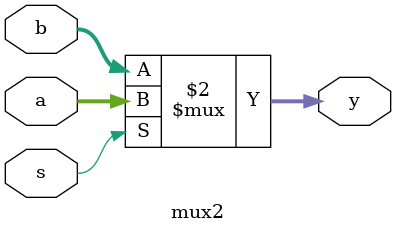
<source format=v>
module mux2 #(parameter WIDTH = 32)
             (input wire[WIDTH-1:0] a, b,
              input wire s,
              output wire[WIDTH-1:0] y);
    
    assign y = (s == 1'b1) ? a : b;
    
endmodule

</source>
